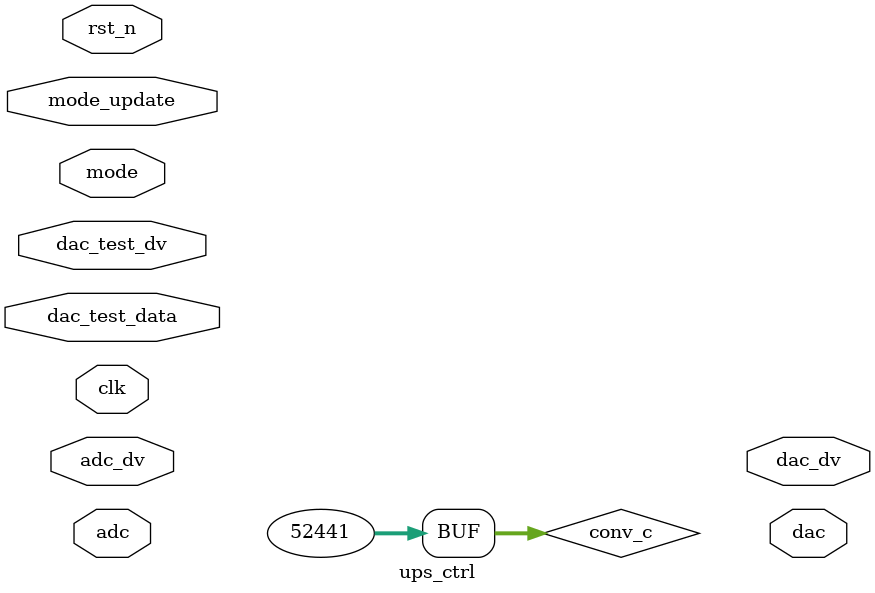
<source format=sv>
module ups_ctrl(
    // -------------------------------------------------------------------------
    //  Clocks and Resets
    // -------------------------------------------------------------------------
    input          clk,
    input          rst_n,

    // -------------------------------------------------------------------------
    //  Parameter Interface
    //    MODE -- Controller Mode
    // -------------------------------------------------------------------------
    input  [31:0]  mode,
    input          mode_update,

    input  [15:0]  dac_test_data,
    input          dac_test_dv,

    // -------------------------------------------------------------------------
    //  ADC Interface
    // -------------------------------------------------------------------------
    input  [11:0]  adc,
    input          adc_dv,

    // -------------------------------------------------------------------------
    //  DAC Interface
    // -------------------------------------------------------------------------
    output [15:0]  dac,
    output         dac_dv

);

    // -------------------------------------------------------------------------
    //  Typedefs
    // -------------------------------------------------------------------------
    typedef enum logic[5:0] {
                             // Idle State
                             CTRL_IDLE,

                             // Test States
                             CTRL_TEST_LB,
                             CTRL_TEST_DAC,
                             CTRL_TEST_CONV,

                             // Normal Run States
                             CTRL_RUN_STAGE,
                             CTRL_RUN_PRE_PULSE,
                             CTRL_RUN_PULSE,
                             CTRL_RUN_LOOP

                            } state_t;

    // -------------------------------------------------------------------------
    //  Assigns
    // -------------------------------------------------------------------------
    assign dac0                        = dac0_l;                                // Assign Data to DAC
    assign dac0_dv                     = dac0_dv_l;                             // Assign Data Valid to DAC

    // -------------------------------------------------------------------------
    //  Variables
    // -------------------------------------------------------------------------
    // State Variable
    state_t state;

    // State Machine Reset
    logic          sm_rst_n;

    // DAC Internal Registers
    logic [15:0]   dac0_l;
    logic          dac0_dv_l;

    // Conversion Constant
    logic [31:0]   conv_c = 32'hCCD9; // 12.803 * 1024

    // Conversion Registers
    logic [ 2:0]   adc_dv_sr_l;
    logic [15:0]   adc_conv_data_l;
    logic          adc_conv_dv_l;
    logic [31:0]   adc_conv_int_l;
    logic [11:0]   adc_reg_l;

    // -------------------------------------------------------------------------
    //  Look for Mode Change
    // -------------------------------------------------------------------------
    always @(posedge clk) begin : MODE_CHANGE_DETECTION
        // Sync Reset
        if(rst_n == 1'b0) begin
            sm_rst_n                   <= 1'b0;

        end else begin
            if(mode_update == 1'b1) begin
                sm_rst_n               <= 1'b0;

            end else begin
                sm_rst_n               <= 1'b1;

            end
        end
    end

    // -------------------------------------------------------------------------
    //  Convert from 12-bit 0-3.3V Full Scale to 16-bit 1V/PSI
    //    1. Multiply ADC Value by 0x3333 {12.8 * 1024}.
    //    2. Bit Slice to Divide by 1024.
    //    3. Register and Indicate Value
    // -------------------------------------------------------------------------
    always @(posedge clk) begin : ADC_DATA_CONVERTER
        // Sync Reset
        if(rst_n == 1'b0) begin
            adc_dv_sr_l                <= 'b0;                                  // Reset Shift Register
            adc_conv_data_l            <= 'b0;                                  // Reset Converted Data Reg
            adc_conv_dv_l              <= 'b0;                                  // Reset Converted Data Valid
            adc_conv_int_l             <= 'b0;                                  // Reset Intermediate Data
            adc_reg_l                  <= 'b0;                                  // Reset ADC Data Register

        end else begin

            // -----------------------------------------------------------------
            //  Shift Register
            // -----------------------------------------------------------------
            adc_dv_sr_l[2:1]           <= adc_dv_sr_l[1:0];                     // Shift!
            adc_dv_sr_l[0]             <= adc_dv;                               // Register ADC Data Valid
            adc_reg_l                  <= adc;                                  // Register ADC Data
            adc_conv_dv_l              <= 1'b0;                                 // Normally Not Valid

            // -----------------------------------------------------------------
            //  Generate Intermediate Data
            // -----------------------------------------------------------------
            if(adc_dv_sr_l[0] == 1'b1) begin
                adc_conv_int_l         <= adc_reg_l * conv_c;                   // Convert Data

            end

            // -----------------------------------------------------------------
            //  Generate Converted Data
            // -----------------------------------------------------------------
            if(adc_dv_sr_l[1] == 1'b1) begin
                adc_conv_data_l        <= adc_conv_int_l[27:12];                // Slice Data
                adc_conv_dv_l          <= 1'b1;                                 // Indicate Valid

            end
        end
    end

    // -------------------------------------------------------------------------
    //  Controller State Machine
    // -------------------------------------------------------------------------
    always @(posedge clk) begin : AD_READ_STATE_MACHINE
        if(sm_rst_n == 1'b0) begin
            state                      <= CTRL_IDLE;                            // Reset State Controller
            dac0_dv_l                  <= 'b0;                                  // Reset DAC DV
            dac0_l                     <= 'b0;                                  // Reset DAC Register

        end else begin

            // -----------------------------------------------------------------
            //  Defaults
            // -----------------------------------------------------------------
            dac0_dv_l                  <= 1'b0;                                 // Normally not Valid

            // -----------------------------------------------------------------
            //  Read State Machine
            // -----------------------------------------------------------------
            case(state)

                // -------------------------------------------------------------
                //  CTRL_IDLE State
                //    In this state we wait for the convert strobe.
                // -------------------------------------------------------------
                CTRL_IDLE : begin
                    if(mode == 32'h1) begin
                        state          <= CTRL_TEST_LB;                         // Next State :: CTRL_TEST_LB

                    end else if(mode == 32'h2) begin
                        state          <= CTRL_TEST_DAC;                        // Next State :: CTRL_TEST_DAC

                    end else if(mode == 32'h3) begin
                        state          <= CTRL_TEST_CONV;                       // Next State :: CTRL_TEST_CONV

                    end else if(mode == 32'h3) begin
                        state          <= CTRL_RUN_STAGE;                       // Next State :: CTRL_RUN_STATE

                    end
                end

                // -------------------------------------------------------------
                //  CTRL_TEST_LB State
                //    In this state we pass the ADC to the DAC shifted 4-bits.
                // -------------------------------------------------------------
                CTRL_TEST_LB : begin
                    if(adc_dv == 1'b1) begin
                        dac0_dv_l      <= 1'b1;
                        dac0_l         <= { adc, 4'h0 };

                    end
                end

                // -------------------------------------------------------------
                //  CTRL_TEST_DAC State
                //    In this state we pass a user assigned value to the dac.
                // -------------------------------------------------------------
                CTRL_TEST_DAC : begin
                    if(dac_test_dv == 1'b1) begin
                        dac0_dv_l      <= 1'b1;
                        dac0_l         <= dac_test_data;

                    end
                end

                // -------------------------------------------------------------
                //  CTRL_TEST_CONV State
                //    In this state we pass the converted data to the dac.
                // -------------------------------------------------------------
                CTRL_TEST_CONV : begin
                    if(adc_conv_dv_l == 1'b1) begin
                        dac0_dv_l      <= 1'b1;
                        dac0_l         <= adc_conv_data_l;

                    end
                end

                // -------------------------------------------------------------
                //  CTRL_RUN_STATE State
                //    In this state we stage the configuration and prep for the
                //    test.
                // -------------------------------------------------------------
                CTRL_RUN_STAGE : begin
                    
                end



                // -------------------------------------------------------------
                //  Default State
                // -------------------------------------------------------------
                default : begin
                    state              <= CTRL_IDLE;                            // Fail State

                end
            endcase
        end
    end
endmodule


</source>
